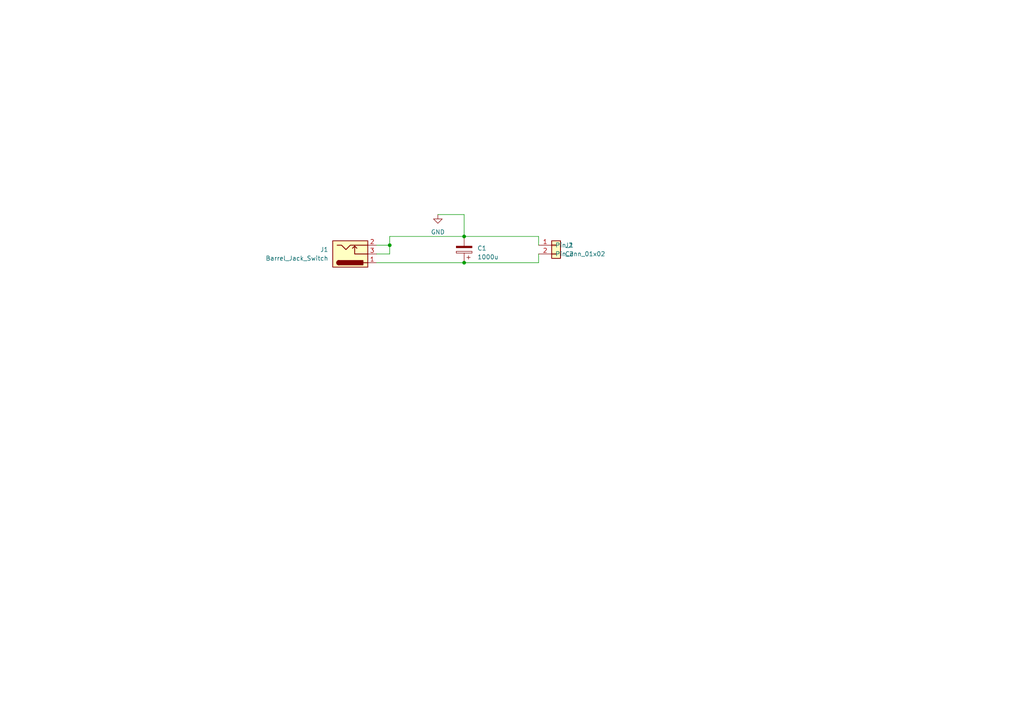
<source format=kicad_sch>
(kicad_sch (version 20211123) (generator eeschema)
  (paper "A4")
  (lib_symbols
    (symbol "Connector:Barrel_Jack_Switch"
      (property "Reference" "J" (at 0 5.334 0))
      (property "Value" "Barrel_Jack_Switch" (at 0 -5.08 0))
      (symbol "Barrel_Jack_Switch_0_1"
        (rectangle (start -5.08 3.81) (end 5.08 -3.81) (stroke (width 0.254)) (fill (type background)))
        (arc (start -3.302 3.175) (mid -3.937 2.54) (end -3.302 1.905) (stroke (width 0.254)))
        (arc (start -3.302 3.175) (mid -3.937 2.54) (end -3.302 1.905) (stroke (width 0.254)) (fill (type outline)))
        (polyline (pts (xy 1.27 -2.286) (xy 1.905 -1.651)) (stroke (width 0.254)))
        (polyline (pts (xy 5.08 2.54) (xy 3.81 2.54)) (stroke (width 0.254)))
        (polyline (pts (xy 5.08 0) (xy 1.27 0) (xy 1.27 -2.286) (xy 0.635 -1.651)) (stroke (width 0.254)))
        (polyline (pts (xy -3.81 -2.54) (xy -2.54 -2.54) (xy -1.27 -1.27) (xy 0 -2.54) (xy 2.54 -2.54) (xy 5.08 -2.54)) (stroke (width 0.254)))
        (rectangle (start 3.683 3.175) (end -3.302 1.905) (stroke (width 0.254)) (fill (type outline)))
      )
      (symbol "Barrel_Jack_Switch_1_1"
        (pin passive line (at 7.62 2.54 180) (length 2.54) (name "~") (number "1"))
        (pin passive line (at 7.62 -2.54 180) (length 2.54) (name "~") (number "2"))
        (pin passive line (at 7.62 0 180) (length 2.54) (name "~") (number "3"))
      )
    )
    (symbol "Connector_Generic:Conn_01x02" (pin_names (offset 1.016))
      (property "Reference" "J" (at 0 2.54 0))
      (property "Value" "Conn_01x02" (at 0 -5.08 0))
      (symbol "Conn_01x02_1_1"
        (rectangle (start -1.27 -2.413) (end 0 -2.667) (stroke (width 0.1524)))
        (rectangle (start -1.27 0.127) (end 0 -0.127) (stroke (width 0.1524)))
        (rectangle (start -1.27 1.27) (end 1.27 -3.81) (stroke (width 0.254)) (fill (type background)))
        (pin passive line (at -5.08 0 0) (length 3.81) (name "Pin_1") (number "1"))
        (pin passive line (at -5.08 -2.54 0) (length 3.81) (name "Pin_2") (number "2"))
      )
    )
    (symbol "Device:C_Polarized" (pin_numbers hide) (pin_names (offset 0.254))
      (property "Reference" "C" (at 0.635 2.54 0))
      (property "Value" "C_Polarized" (at 0.635 -2.54 0))
      (symbol "C_Polarized_0_1"
        (rectangle (start -2.286 0.508) (end 2.286 1.016))
        (polyline (pts (xy -1.778 2.286) (xy -0.762 2.286)))
        (polyline (pts (xy -1.27 2.794) (xy -1.27 1.778)))
        (rectangle (start 2.286 -0.508) (end -2.286 -1.016) (fill (type outline)))
      )
      (symbol "C_Polarized_1_1"
        (pin passive line (at 0 3.81 270) (length 2.794) (name "~") (number "1"))
        (pin passive line (at 0 -3.81 90) (length 2.794) (name "~") (number "2"))
      )
    )
    (symbol "power:GND" (power) (pin_names (offset 0))
      (property "Value" "GND" (at 0 -3.81 0))
      (symbol "GND_0_1"
        (polyline (pts (xy 0 0) (xy 0 -1.27) (xy 1.27 -1.27) (xy 0 -2.54) (xy -1.27 -1.27) (xy 0 -1.27)))
      )
      (symbol "GND_1_1"
        (pin power_in line (at 0 0 270) (length 0) hide (name "GND") (number "1"))
      )
    )
  )
  (junction (at 134.62 76.2))
  (junction (at 134.62 68.58))
  (junction (at 113.03 71.12))
  (wire (pts (xy 134.62 62.23) (xy 134.62 68.58)))
  (wire (pts (xy 109.22 71.12) (xy 113.03 71.12)))
  (wire (pts (xy 113.03 73.66) (xy 113.03 71.12)))
  (wire (pts (xy 113.03 71.12) (xy 113.03 68.58)))
  (wire (pts (xy 113.03 68.58) (xy 134.62 68.58)))
  (wire (pts (xy 109.22 76.2) (xy 134.62 76.2)))
  (wire (pts (xy 109.22 73.66) (xy 113.03 73.66)))
  (wire (pts (xy 134.62 76.2) (xy 156.21 76.2)))
  (wire (pts (xy 156.21 76.2) (xy 156.21 73.66)))
  (wire (pts (xy 134.62 68.58) (xy 156.21 68.58)))
  (wire (pts (xy 156.21 68.58) (xy 156.21 71.12)))
  (wire (pts (xy 127 62.23) (xy 134.62 62.23)))
  (symbol (lib_id "Connector_Generic:Conn_01x02") (at 161.29 71.12 0) (unit 1)
    (property "Reference" "J2" (at 163.83 71.1199 0) (effects (justify left)))
    (property "Value" "Conn_01x02" (at 163.83 73.6599 0) (effects (justify left)))
    (property "Footprint" "TerminalBlock_Phoenix:TerminalBlock_Phoenix_MKDS-1,5-2-5.08_1x02_P5.08mm_Horizontal" (effects hide))
  )
  (symbol (lib_id "power:GND") (at 127 62.23 0) (unit 1)
    (property "Reference" "#PWR0101" (effects hide))
    (property "Value" "GND" (at 127 67.31 0))
  )
  (symbol (lib_id "Connector:Barrel_Jack_Switch") (at 101.6 73.66 0) (mirror x) (unit 1)
    (property "Reference" "J1" (at 95.25 72.3899 0) (effects (justify right)))
    (property "Value" "Barrel_Jack_Switch" (at 95.25 74.9299 0) (effects (justify right)))
    (property "Footprint" "Connector_BarrelJack:BarrelJack_GCT_DCJ200-10-A_Horizontal" (effects hide))
  )
  (symbol (lib_id "Device:C_Polarized") (at 134.62 72.39 180) (unit 1)
    (property "Reference" "C1" (at 138.43 72.0089 0) (effects (justify right)))
    (property "Value" "1000u" (at 138.43 74.5489 0) (effects (justify right)))
    (property "Footprint" "Capacitor_THT:CP_Radial_D13.0mm_P5.00mm" (effects hide))
  )
)
</source>
